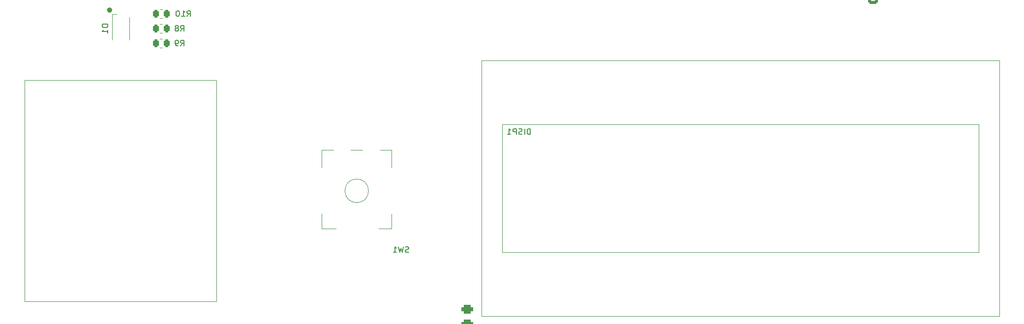
<source format=gbr>
%TF.GenerationSoftware,KiCad,Pcbnew,(6.0.7-1)-1*%
%TF.CreationDate,2022-12-08T22:36:41-08:00*%
%TF.ProjectId,Control,436f6e74-726f-46c2-9e6b-696361645f70,1.1*%
%TF.SameCoordinates,Original*%
%TF.FileFunction,Legend,Bot*%
%TF.FilePolarity,Positive*%
%FSLAX46Y46*%
G04 Gerber Fmt 4.6, Leading zero omitted, Abs format (unit mm)*
G04 Created by KiCad (PCBNEW (6.0.7-1)-1) date 2022-12-08 22:36:41*
%MOMM*%
%LPD*%
G01*
G04 APERTURE LIST*
G04 Aperture macros list*
%AMRoundRect*
0 Rectangle with rounded corners*
0 $1 Rounding radius*
0 $2 $3 $4 $5 $6 $7 $8 $9 X,Y pos of 4 corners*
0 Add a 4 corners polygon primitive as box body*
4,1,4,$2,$3,$4,$5,$6,$7,$8,$9,$2,$3,0*
0 Add four circle primitives for the rounded corners*
1,1,$1+$1,$2,$3*
1,1,$1+$1,$4,$5*
1,1,$1+$1,$6,$7*
1,1,$1+$1,$8,$9*
0 Add four rect primitives between the rounded corners*
20,1,$1+$1,$2,$3,$4,$5,0*
20,1,$1+$1,$4,$5,$6,$7,0*
20,1,$1+$1,$6,$7,$8,$9,0*
20,1,$1+$1,$8,$9,$2,$3,0*%
G04 Aperture macros list end*
%ADD10C,0.120000*%
%ADD11C,0.500000*%
%ADD12C,0.150000*%
%ADD13C,2.374900*%
%ADD14C,0.990600*%
%ADD15C,1.612900*%
%ADD16RoundRect,0.250000X-0.600000X0.600000X-0.600000X-0.600000X0.600000X-0.600000X0.600000X0.600000X0*%
%ADD17C,1.700000*%
%ADD18R,1.700000X1.700000*%
%ADD19O,1.700000X1.700000*%
%ADD20RoundRect,0.375000X-0.625000X0.375000X-0.625000X-0.375000X0.625000X-0.375000X0.625000X0.375000X0*%
%ADD21C,4.000000*%
%ADD22C,0.800000*%
%ADD23C,6.000000*%
%ADD24RoundRect,0.250000X-0.262500X-0.450000X0.262500X-0.450000X0.262500X0.450000X-0.262500X0.450000X0*%
%ADD25O,4.000000X7.000000*%
%ADD26C,3.000000*%
%ADD27C,2.000000*%
%ADD28R,1.100000X1.500000*%
%ADD29R,2.000000X2.000000*%
G04 APERTURE END LIST*
D10*
X92710000Y-82550000D02*
X59690000Y-82550000D01*
D11*
X74495000Y-70485000D02*
G75*
G03*
X74495000Y-70485000I-200000J0D01*
G01*
D10*
X59690000Y-82550000D02*
X59690000Y-120650000D01*
X92710000Y-120650000D02*
X92710000Y-82550000D01*
X59690000Y-120650000D02*
X92710000Y-120650000D01*
D12*
%TO.C,R8*%
X86526666Y-74112380D02*
X86860000Y-73636190D01*
X87098095Y-74112380D02*
X87098095Y-73112380D01*
X86717142Y-73112380D01*
X86621904Y-73160000D01*
X86574285Y-73207619D01*
X86526666Y-73302857D01*
X86526666Y-73445714D01*
X86574285Y-73540952D01*
X86621904Y-73588571D01*
X86717142Y-73636190D01*
X87098095Y-73636190D01*
X85955238Y-73540952D02*
X86050476Y-73493333D01*
X86098095Y-73445714D01*
X86145714Y-73350476D01*
X86145714Y-73302857D01*
X86098095Y-73207619D01*
X86050476Y-73160000D01*
X85955238Y-73112380D01*
X85764761Y-73112380D01*
X85669523Y-73160000D01*
X85621904Y-73207619D01*
X85574285Y-73302857D01*
X85574285Y-73350476D01*
X85621904Y-73445714D01*
X85669523Y-73493333D01*
X85764761Y-73540952D01*
X85955238Y-73540952D01*
X86050476Y-73588571D01*
X86098095Y-73636190D01*
X86145714Y-73731428D01*
X86145714Y-73921904D01*
X86098095Y-74017142D01*
X86050476Y-74064761D01*
X85955238Y-74112380D01*
X85764761Y-74112380D01*
X85669523Y-74064761D01*
X85621904Y-74017142D01*
X85574285Y-73921904D01*
X85574285Y-73731428D01*
X85621904Y-73636190D01*
X85669523Y-73588571D01*
X85764761Y-73540952D01*
%TO.C,R9*%
X86526666Y-76652380D02*
X86860000Y-76176190D01*
X87098095Y-76652380D02*
X87098095Y-75652380D01*
X86717142Y-75652380D01*
X86621904Y-75700000D01*
X86574285Y-75747619D01*
X86526666Y-75842857D01*
X86526666Y-75985714D01*
X86574285Y-76080952D01*
X86621904Y-76128571D01*
X86717142Y-76176190D01*
X87098095Y-76176190D01*
X86050476Y-76652380D02*
X85860000Y-76652380D01*
X85764761Y-76604761D01*
X85717142Y-76557142D01*
X85621904Y-76414285D01*
X85574285Y-76223809D01*
X85574285Y-75842857D01*
X85621904Y-75747619D01*
X85669523Y-75700000D01*
X85764761Y-75652380D01*
X85955238Y-75652380D01*
X86050476Y-75700000D01*
X86098095Y-75747619D01*
X86145714Y-75842857D01*
X86145714Y-76080952D01*
X86098095Y-76176190D01*
X86050476Y-76223809D01*
X85955238Y-76271428D01*
X85764761Y-76271428D01*
X85669523Y-76223809D01*
X85621904Y-76176190D01*
X85574285Y-76080952D01*
%TO.C,R10*%
X87637857Y-71572380D02*
X87971190Y-71096190D01*
X88209285Y-71572380D02*
X88209285Y-70572380D01*
X87828333Y-70572380D01*
X87733095Y-70620000D01*
X87685476Y-70667619D01*
X87637857Y-70762857D01*
X87637857Y-70905714D01*
X87685476Y-71000952D01*
X87733095Y-71048571D01*
X87828333Y-71096190D01*
X88209285Y-71096190D01*
X86685476Y-71572380D02*
X87256904Y-71572380D01*
X86971190Y-71572380D02*
X86971190Y-70572380D01*
X87066428Y-70715238D01*
X87161666Y-70810476D01*
X87256904Y-70858095D01*
X86066428Y-70572380D02*
X85971190Y-70572380D01*
X85875952Y-70620000D01*
X85828333Y-70667619D01*
X85780714Y-70762857D01*
X85733095Y-70953333D01*
X85733095Y-71191428D01*
X85780714Y-71381904D01*
X85828333Y-71477142D01*
X85875952Y-71524761D01*
X85971190Y-71572380D01*
X86066428Y-71572380D01*
X86161666Y-71524761D01*
X86209285Y-71477142D01*
X86256904Y-71381904D01*
X86304523Y-71191428D01*
X86304523Y-70953333D01*
X86256904Y-70762857D01*
X86209285Y-70667619D01*
X86161666Y-70620000D01*
X86066428Y-70572380D01*
%TO.C,SW1*%
X125793333Y-112164761D02*
X125650476Y-112212380D01*
X125412380Y-112212380D01*
X125317142Y-112164761D01*
X125269523Y-112117142D01*
X125221904Y-112021904D01*
X125221904Y-111926666D01*
X125269523Y-111831428D01*
X125317142Y-111783809D01*
X125412380Y-111736190D01*
X125602857Y-111688571D01*
X125698095Y-111640952D01*
X125745714Y-111593333D01*
X125793333Y-111498095D01*
X125793333Y-111402857D01*
X125745714Y-111307619D01*
X125698095Y-111260000D01*
X125602857Y-111212380D01*
X125364761Y-111212380D01*
X125221904Y-111260000D01*
X124888571Y-111212380D02*
X124650476Y-112212380D01*
X124460000Y-111498095D01*
X124269523Y-112212380D01*
X124031428Y-111212380D01*
X123126666Y-112212380D02*
X123698095Y-112212380D01*
X123412380Y-112212380D02*
X123412380Y-111212380D01*
X123507619Y-111355238D01*
X123602857Y-111450476D01*
X123698095Y-111498095D01*
%TO.C,D1*%
X74002380Y-72921904D02*
X73002380Y-72921904D01*
X73002380Y-73160000D01*
X73050000Y-73302857D01*
X73145238Y-73398095D01*
X73240476Y-73445714D01*
X73430952Y-73493333D01*
X73573809Y-73493333D01*
X73764285Y-73445714D01*
X73859523Y-73398095D01*
X73954761Y-73302857D01*
X74002380Y-73160000D01*
X74002380Y-72921904D01*
X74002380Y-74445714D02*
X74002380Y-73874285D01*
X74002380Y-74160000D02*
X73002380Y-74160000D01*
X73145238Y-74064761D01*
X73240476Y-73969523D01*
X73288095Y-73874285D01*
%TO.C,DISP1*%
X146732380Y-91892380D02*
X146732380Y-90892380D01*
X146494285Y-90892380D01*
X146351428Y-90940000D01*
X146256190Y-91035238D01*
X146208571Y-91130476D01*
X146160952Y-91320952D01*
X146160952Y-91463809D01*
X146208571Y-91654285D01*
X146256190Y-91749523D01*
X146351428Y-91844761D01*
X146494285Y-91892380D01*
X146732380Y-91892380D01*
X145732380Y-91892380D02*
X145732380Y-90892380D01*
X145303809Y-91844761D02*
X145160952Y-91892380D01*
X144922857Y-91892380D01*
X144827619Y-91844761D01*
X144780000Y-91797142D01*
X144732380Y-91701904D01*
X144732380Y-91606666D01*
X144780000Y-91511428D01*
X144827619Y-91463809D01*
X144922857Y-91416190D01*
X145113333Y-91368571D01*
X145208571Y-91320952D01*
X145256190Y-91273333D01*
X145303809Y-91178095D01*
X145303809Y-91082857D01*
X145256190Y-90987619D01*
X145208571Y-90940000D01*
X145113333Y-90892380D01*
X144875238Y-90892380D01*
X144732380Y-90940000D01*
X144303809Y-91892380D02*
X144303809Y-90892380D01*
X143922857Y-90892380D01*
X143827619Y-90940000D01*
X143780000Y-90987619D01*
X143732380Y-91082857D01*
X143732380Y-91225714D01*
X143780000Y-91320952D01*
X143827619Y-91368571D01*
X143922857Y-91416190D01*
X144303809Y-91416190D01*
X142780000Y-91892380D02*
X143351428Y-91892380D01*
X143065714Y-91892380D02*
X143065714Y-90892380D01*
X143160952Y-91035238D01*
X143256190Y-91130476D01*
X143351428Y-91178095D01*
D10*
%TO.C,R8*%
X82957936Y-72925000D02*
X83412064Y-72925000D01*
X82957936Y-74395000D02*
X83412064Y-74395000D01*
%TO.C,R9*%
X82957936Y-76935000D02*
X83412064Y-76935000D01*
X82957936Y-75465000D02*
X83412064Y-75465000D01*
%TO.C,R10*%
X82957936Y-70385000D02*
X83412064Y-70385000D01*
X82957936Y-71855000D02*
X83412064Y-71855000D01*
%TO.C,SW1*%
X112840000Y-94600000D02*
X110840000Y-94600000D01*
X120840000Y-94600000D02*
X122840000Y-94600000D01*
X122840000Y-108100000D02*
X122840000Y-105600000D01*
X122840000Y-94600000D02*
X122840000Y-97600000D01*
X110840000Y-97600000D02*
X110840000Y-94600000D01*
X110840000Y-108100000D02*
X113284000Y-108100000D01*
X117840000Y-94600000D02*
X115840000Y-94600000D01*
X110840000Y-105600000D02*
X110840000Y-108100000D01*
X122840000Y-108100000D02*
X120650000Y-108100000D01*
X118872000Y-101600000D02*
G75*
G03*
X118872000Y-101600000I-2032000J0D01*
G01*
%TO.C,D1*%
X75500000Y-71160000D02*
X74700000Y-71160000D01*
X74700000Y-71159956D02*
X74700000Y-75610000D01*
X77700000Y-71710000D02*
X77700000Y-75610000D01*
%TO.C,DISP1*%
X227480000Y-123150000D02*
X227480000Y-79150000D01*
X141880000Y-112150000D02*
X141880000Y-90150000D01*
X138280000Y-123150000D02*
X227480000Y-123150000D01*
X138280000Y-123150000D02*
X138280000Y-79150000D01*
X223880000Y-112150000D02*
X223880000Y-90150000D01*
X138280000Y-79150000D02*
X227480000Y-79150000D01*
X141880000Y-112150000D02*
X223880000Y-112150000D01*
X141880000Y-90150000D02*
X223880000Y-90150000D01*
%TD*%
%LPC*%
D13*
%TO.C,ISP1*%
X173225351Y-104241351D03*
X173225351Y-109321351D03*
D14*
X178940351Y-106781351D03*
D13*
X178940351Y-104241351D03*
X178940351Y-109321351D03*
D15*
X171320351Y-105765351D03*
X171320351Y-107797351D03*
%TD*%
D16*
%TO.C,MCU1*%
X205740000Y-68580000D03*
D17*
X205740000Y-71120000D03*
X203200000Y-68580000D03*
X203200000Y-71120000D03*
X200660000Y-68580000D03*
X200660000Y-71120000D03*
X198120000Y-68580000D03*
X198120000Y-71120000D03*
X195580000Y-68580000D03*
X195580000Y-71120000D03*
X193040000Y-68580000D03*
X193040000Y-71120000D03*
X190500000Y-68580000D03*
X190500000Y-71120000D03*
%TD*%
D18*
%TO.C,SW2*%
X229870000Y-99060000D03*
D19*
X229870000Y-101600000D03*
%TD*%
D20*
%TO.C,USB1*%
X135844000Y-122013000D03*
X135844000Y-124513000D03*
X135844000Y-126513000D03*
X135844000Y-129013000D03*
D21*
X133134000Y-132083000D03*
X133134000Y-118943000D03*
%TD*%
D22*
%TO.C,H1*%
X61940000Y-68580000D03*
X59690000Y-66330000D03*
X61280990Y-70170990D03*
X58099010Y-70170990D03*
X61280990Y-66989010D03*
D23*
X59690000Y-68580000D03*
D22*
X59690000Y-70830000D03*
X58099010Y-66989010D03*
X57440000Y-68580000D03*
%TD*%
%TO.C,H2*%
X227009010Y-70170990D03*
X230190990Y-66989010D03*
X230850000Y-68580000D03*
X228600000Y-70830000D03*
D23*
X228600000Y-68580000D03*
D22*
X227009010Y-66989010D03*
X230190990Y-70170990D03*
X226350000Y-68580000D03*
X228600000Y-66330000D03*
%TD*%
%TO.C,H3*%
X61280990Y-132400990D03*
X61940000Y-130810000D03*
X59690000Y-133060000D03*
X57440000Y-130810000D03*
X59690000Y-128560000D03*
X58099010Y-129219010D03*
X58099010Y-132400990D03*
X61280990Y-129219010D03*
D23*
X59690000Y-130810000D03*
%TD*%
D22*
%TO.C,H4*%
X230850000Y-129540000D03*
X228600000Y-127290000D03*
X230190990Y-127949010D03*
X230190990Y-131130990D03*
D23*
X228600000Y-129540000D03*
D22*
X227009010Y-127949010D03*
X228600000Y-131790000D03*
X227009010Y-131130990D03*
X226350000Y-129540000D03*
%TD*%
D18*
%TO.C,SW3*%
X101600000Y-99324000D03*
D19*
X101600000Y-101864000D03*
X101600000Y-104404000D03*
X101600000Y-106944000D03*
%TD*%
D24*
%TO.C,R8*%
X82272500Y-73660000D03*
X84097500Y-73660000D03*
%TD*%
%TO.C,R9*%
X82272500Y-76200000D03*
X84097500Y-76200000D03*
%TD*%
%TO.C,R10*%
X82272500Y-71120000D03*
X84097500Y-71120000D03*
%TD*%
D25*
%TO.C,SW1*%
X121390000Y-101600000D03*
D26*
X116840000Y-101600000D03*
D25*
X112290000Y-101600000D03*
D27*
X119340000Y-109100000D03*
X114340000Y-109100000D03*
X116840000Y-109100000D03*
X119340000Y-94600000D03*
X114340000Y-94600000D03*
%TD*%
D28*
%TO.C,D1*%
X75450000Y-72160000D03*
X75450000Y-75160000D03*
X76950000Y-75160000D03*
X76950000Y-72160000D03*
%TD*%
D29*
%TO.C,DISP1*%
X207010000Y-120650000D03*
D27*
X204470000Y-120650000D03*
X201930000Y-120650000D03*
X199390000Y-120650000D03*
X196850000Y-120650000D03*
X194310000Y-120650000D03*
X191770000Y-120650000D03*
X189230000Y-120650000D03*
X186690000Y-120650000D03*
X184150000Y-120650000D03*
X181610000Y-120650000D03*
X179070000Y-120650000D03*
X176530000Y-120650000D03*
X173990000Y-120650000D03*
X171450000Y-120650000D03*
X168910000Y-120650000D03*
X166370000Y-120650000D03*
X163830000Y-120650000D03*
X161290000Y-120650000D03*
X158750000Y-120650000D03*
%TD*%
M02*

</source>
